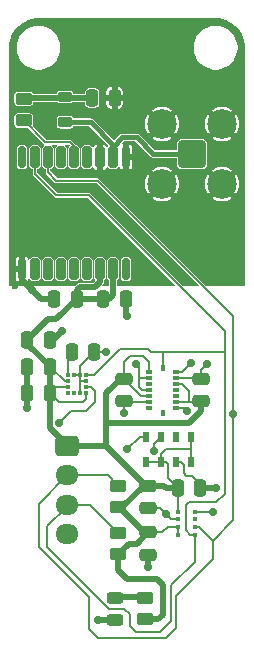
<source format=gbr>
%TF.GenerationSoftware,KiCad,Pcbnew,8.0.3*%
%TF.CreationDate,2024-10-23T15:01:46-04:00*%
%TF.ProjectId,SensorBoardNoMCU,53656e73-6f72-4426-9f61-72644e6f4d43,rev?*%
%TF.SameCoordinates,Original*%
%TF.FileFunction,Copper,L1,Top*%
%TF.FilePolarity,Positive*%
%FSLAX46Y46*%
G04 Gerber Fmt 4.6, Leading zero omitted, Abs format (unit mm)*
G04 Created by KiCad (PCBNEW 8.0.3) date 2024-10-23 15:01:46*
%MOMM*%
%LPD*%
G01*
G04 APERTURE LIST*
G04 Aperture macros list*
%AMRoundRect*
0 Rectangle with rounded corners*
0 $1 Rounding radius*
0 $2 $3 $4 $5 $6 $7 $8 $9 X,Y pos of 4 corners*
0 Add a 4 corners polygon primitive as box body*
4,1,4,$2,$3,$4,$5,$6,$7,$8,$9,$2,$3,0*
0 Add four circle primitives for the rounded corners*
1,1,$1+$1,$2,$3*
1,1,$1+$1,$4,$5*
1,1,$1+$1,$6,$7*
1,1,$1+$1,$8,$9*
0 Add four rect primitives between the rounded corners*
20,1,$1+$1,$2,$3,$4,$5,0*
20,1,$1+$1,$4,$5,$6,$7,0*
20,1,$1+$1,$6,$7,$8,$9,0*
20,1,$1+$1,$8,$9,$2,$3,0*%
G04 Aperture macros list end*
%TA.AperFunction,SMDPad,CuDef*%
%ADD10RoundRect,0.250000X-0.475000X0.250000X-0.475000X-0.250000X0.475000X-0.250000X0.475000X0.250000X0*%
%TD*%
%TA.AperFunction,SMDPad,CuDef*%
%ADD11RoundRect,0.243750X0.456250X-0.243750X0.456250X0.243750X-0.456250X0.243750X-0.456250X-0.243750X0*%
%TD*%
%TA.AperFunction,SMDPad,CuDef*%
%ADD12R,0.590000X0.350000*%
%TD*%
%TA.AperFunction,SMDPad,CuDef*%
%ADD13R,0.350000X0.590000*%
%TD*%
%TA.AperFunction,SMDPad,CuDef*%
%ADD14RoundRect,0.250000X-0.250000X-0.475000X0.250000X-0.475000X0.250000X0.475000X-0.250000X0.475000X0*%
%TD*%
%TA.AperFunction,SMDPad,CuDef*%
%ADD15RoundRect,0.218750X-0.381250X0.218750X-0.381250X-0.218750X0.381250X-0.218750X0.381250X0.218750X0*%
%TD*%
%TA.AperFunction,SMDPad,CuDef*%
%ADD16RoundRect,0.250000X0.450000X-0.262500X0.450000X0.262500X-0.450000X0.262500X-0.450000X-0.262500X0*%
%TD*%
%TA.AperFunction,SMDPad,CuDef*%
%ADD17RoundRect,0.250000X0.250000X0.475000X-0.250000X0.475000X-0.250000X-0.475000X0.250000X-0.475000X0*%
%TD*%
%TA.AperFunction,SMDPad,CuDef*%
%ADD18R,0.550000X0.950000*%
%TD*%
%TA.AperFunction,ComponentPad*%
%ADD19RoundRect,0.250000X-0.725000X0.600000X-0.725000X-0.600000X0.725000X-0.600000X0.725000X0.600000X0*%
%TD*%
%TA.AperFunction,ComponentPad*%
%ADD20O,1.950000X1.700000*%
%TD*%
%TA.AperFunction,SMDPad,CuDef*%
%ADD21RoundRect,0.250000X0.475000X-0.250000X0.475000X0.250000X-0.475000X0.250000X-0.475000X-0.250000X0*%
%TD*%
%TA.AperFunction,ComponentPad*%
%ADD22RoundRect,0.200100X0.949900X0.949900X-0.949900X0.949900X-0.949900X-0.949900X0.949900X-0.949900X0*%
%TD*%
%TA.AperFunction,ComponentPad*%
%ADD23C,2.500000*%
%TD*%
%TA.AperFunction,SMDPad,CuDef*%
%ADD24RoundRect,0.175000X0.175000X-0.725000X0.175000X0.725000X-0.175000X0.725000X-0.175000X-0.725000X0*%
%TD*%
%TA.AperFunction,SMDPad,CuDef*%
%ADD25RoundRect,0.200000X0.200000X-0.700000X0.200000X0.700000X-0.200000X0.700000X-0.200000X-0.700000X0*%
%TD*%
%TA.AperFunction,SMDPad,CuDef*%
%ADD26R,0.350000X0.350000*%
%TD*%
%TA.AperFunction,SMDPad,CuDef*%
%ADD27R,0.350000X0.375000*%
%TD*%
%TA.AperFunction,SMDPad,CuDef*%
%ADD28R,0.375000X0.350000*%
%TD*%
%TA.AperFunction,ViaPad*%
%ADD29C,0.600000*%
%TD*%
%TA.AperFunction,ViaPad*%
%ADD30C,0.700000*%
%TD*%
%TA.AperFunction,Conductor*%
%ADD31C,0.200000*%
%TD*%
%TA.AperFunction,Conductor*%
%ADD32C,0.500000*%
%TD*%
%TA.AperFunction,Conductor*%
%ADD33C,0.190000*%
%TD*%
%TA.AperFunction,Conductor*%
%ADD34C,0.440000*%
%TD*%
G04 APERTURE END LIST*
D10*
%TO.P,C3,1*%
%TO.N,+3.3V*%
X99250000Y-78050000D03*
%TO.P,C3,2*%
%TO.N,GND*%
X99250000Y-79950000D03*
%TD*%
D11*
%TO.P,D1,1,K*%
%TO.N,GND*%
X98500000Y-98437500D03*
%TO.P,D1,2,A*%
%TO.N,Net-(D1-A)*%
X98500000Y-96562500D03*
%TD*%
D12*
%TO.P,U1,1,INT2*%
%TO.N,unconnected-(U1-INT2-Pad1)*%
X101335000Y-80500000D03*
%TO.P,U1,2,NC*%
%TO.N,GND*%
X101335000Y-80000000D03*
%TO.P,U1,3,VDD*%
%TO.N,+3.3V*%
X101335000Y-79500000D03*
%TO.P,U1,4,GNDA*%
%TO.N,GND*%
X101335000Y-79000000D03*
%TO.P,U1,5,CSB2*%
%TO.N,unconnected-(U1-CSB2-Pad5)*%
X101335000Y-78500000D03*
%TO.P,U1,6,GNDIO*%
%TO.N,GND*%
X101335000Y-78000000D03*
%TO.P,U1,7,PS*%
%TO.N,+3.3V*%
X101335000Y-77500000D03*
D13*
%TO.P,U1,8,SCL/SCK*%
%TO.N,SCL1*%
X102500000Y-77085000D03*
D12*
%TO.P,U1,9,SDA/SDI*%
%TO.N,SDA1*%
X103665000Y-77500000D03*
%TO.P,U1,10,SDO2*%
%TO.N,GND*%
X103665000Y-78000000D03*
%TO.P,U1,11,VDDIO*%
%TO.N,+3.3V*%
X103665000Y-78500000D03*
%TO.P,U1,12,INT3*%
%TO.N,unconnected-(U1-INT3-Pad12)*%
X103665000Y-79000000D03*
%TO.P,U1,13,INT4*%
%TO.N,unconnected-(U1-INT4-Pad13)*%
X103665000Y-79500000D03*
%TO.P,U1,14,CSB1*%
%TO.N,+3.3V*%
X103665000Y-80000000D03*
%TO.P,U1,15,SDO1*%
%TO.N,GND*%
X103665000Y-80500000D03*
D13*
%TO.P,U1,16,INT1*%
%TO.N,unconnected-(U1-INT1-Pad16)*%
X102500000Y-80915000D03*
%TD*%
D14*
%TO.P,C10,1*%
%TO.N,+3.3V*%
X103800000Y-87250000D03*
%TO.P,C10,2*%
%TO.N,GND*%
X105700000Y-87250000D03*
%TD*%
%TO.P,C9,1*%
%TO.N,Net-(U2-C1)*%
X94800000Y-75750000D03*
%TO.P,C9,2*%
%TO.N,GND*%
X96700000Y-75750000D03*
%TD*%
D15*
%TO.P,L1,1,1*%
%TO.N,/Antenna Power*%
X94250000Y-54187500D03*
%TO.P,L1,2,2*%
%TO.N,/RF_IN*%
X94250000Y-56312500D03*
%TD*%
D14*
%TO.P,C8,1*%
%TO.N,/Antenna Power*%
X96550000Y-54250000D03*
%TO.P,C8,2*%
%TO.N,GND*%
X98450000Y-54250000D03*
%TD*%
D16*
%TO.P,R2,1*%
%TO.N,+3.3V*%
X101000000Y-98412500D03*
%TO.P,R2,2*%
%TO.N,Net-(D1-A)*%
X101000000Y-96587500D03*
%TD*%
D17*
%TO.P,C6,1*%
%TO.N,+3.3V*%
X92950000Y-79250000D03*
%TO.P,C6,2*%
%TO.N,GND*%
X91050000Y-79250000D03*
%TD*%
D16*
%TO.P,R3,1*%
%TO.N,+3.3V*%
X98750000Y-88912500D03*
%TO.P,R3,2*%
%TO.N,SDA1*%
X98750000Y-87087500D03*
%TD*%
D17*
%TO.P,C2,1*%
%TO.N,+3.3V*%
X95250000Y-71250000D03*
%TO.P,C2,2*%
%TO.N,GND*%
X93350000Y-71250000D03*
%TD*%
D18*
%TO.P,U4,1,VDD*%
%TO.N,+3.3V*%
X101125000Y-85075000D03*
%TO.P,U4,2,PS*%
X102375000Y-85075000D03*
%TO.P,U4,3,GND*%
%TO.N,GND*%
X103625000Y-85075000D03*
%TO.P,U4,4,CSB*%
%TO.N,+3.3V*%
X104875000Y-85075000D03*
%TO.P,U4,5,CSB*%
X104875000Y-82925000D03*
%TO.P,U4,6,SDO*%
%TO.N,unconnected-(U4-SDO-Pad6)*%
X103625000Y-82925000D03*
%TO.P,U4,7,SDI/SDA*%
%TO.N,SDA1*%
X102375000Y-82925000D03*
%TO.P,U4,8,SCLK*%
%TO.N,SCL1*%
X101125000Y-82925000D03*
%TD*%
D10*
%TO.P,C12,1*%
%TO.N,+3.3V*%
X101250000Y-87100000D03*
%TO.P,C12,2*%
%TO.N,GND*%
X101250000Y-89000000D03*
%TD*%
D19*
%TO.P,J1,1,Pin_1*%
%TO.N,+3.3V*%
X94400000Y-83700000D03*
D20*
%TO.P,J1,2,Pin_2*%
%TO.N,SDA1*%
X94400000Y-86200000D03*
%TO.P,J1,3,Pin_3*%
%TO.N,SCL1*%
X94400000Y-88700000D03*
%TO.P,J1,4,Pin_4*%
%TO.N,GND*%
X94400000Y-91200000D03*
%TD*%
D21*
%TO.P,C4,1*%
%TO.N,+3.3V*%
X105750000Y-79950000D03*
%TO.P,C4,2*%
%TO.N,GND*%
X105750000Y-78050000D03*
%TD*%
D16*
%TO.P,R4,1*%
%TO.N,+3.3V*%
X98750000Y-92912500D03*
%TO.P,R4,2*%
%TO.N,SCL1*%
X98750000Y-91087500D03*
%TD*%
D17*
%TO.P,C5,1*%
%TO.N,+3.3V*%
X92950000Y-77000000D03*
%TO.P,C5,2*%
%TO.N,GND*%
X91050000Y-77000000D03*
%TD*%
D22*
%TO.P,J2,1,In*%
%TO.N,/RF_IN*%
X105000000Y-59000000D03*
D23*
%TO.P,J2,2,Ext*%
%TO.N,GND*%
X107540000Y-61540000D03*
X107540000Y-56460000D03*
X102460000Y-61540000D03*
X102460000Y-56460000D03*
%TD*%
D24*
%TO.P,U3,1,GND*%
%TO.N,GND*%
X90600000Y-68750000D03*
D25*
%TO.P,U3,2,TXD*%
%TO.N,unconnected-(U3-TXD-Pad2)*%
X91700000Y-68750000D03*
%TO.P,U3,3,RXD*%
%TO.N,unconnected-(U3-RXD-Pad3)*%
X92800000Y-68750000D03*
%TO.P,U3,4,TIMEPULSE*%
%TO.N,unconnected-(U3-TIMEPULSE-Pad4)*%
X93900000Y-68750000D03*
%TO.P,U3,5,EXTINT*%
%TO.N,unconnected-(U3-EXTINT-Pad5)*%
X95000000Y-68750000D03*
%TO.P,U3,6,V_BCKP*%
%TO.N,unconnected-(U3-V_BCKP-Pad6)*%
X96100000Y-68750000D03*
%TO.P,U3,7,VCC_IO*%
%TO.N,+3.3V*%
X97200000Y-68750000D03*
%TO.P,U3,8,VCC*%
X98300000Y-68750000D03*
D24*
%TO.P,U3,9,~{RESET}*%
%TO.N,unconnected-(U3-~{RESET}-Pad9)*%
X99400000Y-68750000D03*
%TO.P,U3,10,GND*%
%TO.N,GND*%
X99400000Y-59250000D03*
D25*
%TO.P,U3,11,RF_IN*%
%TO.N,/RF_IN*%
X98300000Y-59250000D03*
%TO.P,U3,12,GND*%
%TO.N,GND*%
X97200000Y-59250000D03*
%TO.P,U3,13,LNA_EN*%
%TO.N,unconnected-(U3-LNA_EN-Pad13)*%
X96100000Y-59250000D03*
%TO.P,U3,14,VCC_RF*%
%TO.N,/VCC_RF*%
X95000000Y-59250000D03*
%TO.P,U3,15,VIO_SEL*%
%TO.N,unconnected-(U3-VIO_SEL-Pad15)*%
X93900000Y-59250000D03*
%TO.P,U3,16,SDA*%
%TO.N,SDA1*%
X92800000Y-59250000D03*
%TO.P,U3,17,SCL*%
%TO.N,SCL1*%
X91700000Y-59250000D03*
D24*
%TO.P,U3,18,~{SAFEBOOT}*%
%TO.N,unconnected-(U3-~{SAFEBOOT}-Pad18)*%
X90600000Y-59250000D03*
%TD*%
D14*
%TO.P,C7,1*%
%TO.N,+3.3V*%
X91050000Y-74750000D03*
%TO.P,C7,2*%
%TO.N,GND*%
X92950000Y-74750000D03*
%TD*%
D16*
%TO.P,R1,1*%
%TO.N,/VCC_RF*%
X90750000Y-56162500D03*
%TO.P,R1,2*%
%TO.N,/Antenna Power*%
X90750000Y-54337500D03*
%TD*%
D26*
%TO.P,U5,1,GND*%
%TO.N,GND*%
X105225000Y-89275000D03*
%TO.P,U5,2,~{CSB}*%
%TO.N,unconnected-(U5-~{CSB}-Pad2)*%
X105225000Y-89925000D03*
%TO.P,U5,3,SDI*%
%TO.N,SDA1*%
X105225000Y-90575000D03*
%TO.P,U5,4,SCK*%
%TO.N,SCL1*%
X105225000Y-91225000D03*
%TO.P,U5,5,SDO*%
%TO.N,+3.3V*%
X103775000Y-91225000D03*
%TO.P,U5,6,VDDIO*%
X103775000Y-90575000D03*
%TO.P,U5,7,GND__1*%
%TO.N,GND*%
X103775000Y-89925000D03*
%TO.P,U5,8,VDD*%
%TO.N,+3.3V*%
X103775000Y-89275000D03*
%TD*%
D10*
%TO.P,C11,1*%
%TO.N,+3.3V*%
X101250000Y-91050000D03*
%TO.P,C11,2*%
%TO.N,GND*%
X101250000Y-92950000D03*
%TD*%
D27*
%TO.P,U2,1,SCL/SPC*%
%TO.N,SCL1*%
X96000000Y-77737500D03*
%TO.P,U2,2,GND*%
%TO.N,GND*%
X95500000Y-77737500D03*
%TO.P,U2,3,GND*%
X95000000Y-77737500D03*
%TO.P,U2,4,C1*%
%TO.N,Net-(U2-C1)*%
X94500000Y-77737500D03*
D28*
%TO.P,U2,5,Vdd*%
%TO.N,+3.3V*%
X94487500Y-78250000D03*
%TO.P,U2,6,Vdd_IO*%
X94487500Y-78750000D03*
D27*
%TO.P,U2,7,INT*%
%TO.N,unconnected-(U2-INT-Pad7)*%
X94500000Y-79262500D03*
%TO.P,U2,8,DRDY*%
%TO.N,unconnected-(U2-DRDY-Pad8)*%
X95000000Y-79262500D03*
%TO.P,U2,9,SDO/SA1*%
%TO.N,GND*%
X95500000Y-79262500D03*
%TO.P,U2,10,~{CS}*%
%TO.N,+3.3V*%
X96000000Y-79262500D03*
D28*
%TO.P,U2,11,SDA/SDI/SDO*%
%TO.N,SDA1*%
X96012500Y-78750000D03*
%TO.P,U2,12,GND*%
%TO.N,GND*%
X96012500Y-78250000D03*
%TD*%
D14*
%TO.P,C1,1*%
%TO.N,+3.3V*%
X97500000Y-71250000D03*
%TO.P,C1,2*%
%TO.N,GND*%
X99400000Y-71250000D03*
%TD*%
D29*
%TO.N,GND*%
X95750000Y-55692500D03*
X107600000Y-59000000D03*
X99500000Y-61000000D03*
X104900000Y-61700000D03*
X101000000Y-53900000D03*
D30*
X100250000Y-76750000D03*
D29*
X95300000Y-61800000D03*
X91000000Y-65200000D03*
D30*
X94000000Y-74000000D03*
X104584314Y-80784314D03*
D29*
X98800000Y-61700000D03*
D30*
X91475000Y-70525000D03*
D29*
X103000000Y-58300000D03*
D30*
X99500000Y-72750000D03*
X106750000Y-89275000D03*
D29*
X98000000Y-63200000D03*
X97400000Y-65200000D03*
D30*
X99593750Y-54156250D03*
X107000000Y-87250000D03*
D29*
X96500000Y-57500000D03*
D30*
X91000000Y-80500000D03*
X102750000Y-89500000D03*
D29*
X108500000Y-63800000D03*
D30*
X97750000Y-75750000D03*
D29*
X95600000Y-60700000D03*
X97400000Y-56000000D03*
X98500000Y-56800000D03*
X99200000Y-51000000D03*
X104100000Y-53900000D03*
X91600000Y-67200000D03*
X100900000Y-63600000D03*
X101900000Y-58200000D03*
X95500000Y-65300000D03*
X96200000Y-63800000D03*
X102300000Y-52400000D03*
X97100000Y-48600000D03*
X100400000Y-59300000D03*
X90900000Y-61100000D03*
X92900000Y-65100000D03*
X97700000Y-66800000D03*
X96200000Y-51700000D03*
X104800000Y-56400000D03*
X98100000Y-60900000D03*
X99800000Y-56600000D03*
X93700000Y-63400000D03*
X90000000Y-70200000D03*
X91100000Y-57500000D03*
X99900000Y-62800000D03*
D30*
X106250000Y-76750000D03*
D29*
X90800000Y-62800000D03*
X95100000Y-66800000D03*
X101200000Y-59900000D03*
X102100000Y-59700000D03*
D30*
X99250000Y-80950000D03*
D29*
X108200000Y-54000000D03*
D30*
X101250000Y-94000000D03*
X97000000Y-98500000D03*
D29*
X90500000Y-67100000D03*
X103000000Y-59700000D03*
X102300000Y-49000000D03*
X94250000Y-57250000D03*
X93400000Y-66700000D03*
D30*
%TO.N,SCL1*%
X99500000Y-84000000D03*
%TO.N,SDA1*%
X108500000Y-81000000D03*
X104896183Y-76715394D03*
X93750000Y-81750000D03*
X101743557Y-84170501D03*
%TD*%
D31*
%TO.N,GND*%
X101250000Y-89000000D02*
X102250000Y-89000000D01*
X103175000Y-89925000D02*
X103775000Y-89925000D01*
D32*
X91050000Y-80450000D02*
X91000000Y-80500000D01*
X107000000Y-87250000D02*
X105700000Y-87250000D01*
D31*
X101335000Y-78000000D02*
X100500000Y-78000000D01*
X95550000Y-78250000D02*
X95500000Y-78200000D01*
X96700000Y-75750000D02*
X97750000Y-75750000D01*
D32*
X90600000Y-69650000D02*
X92200000Y-71250000D01*
D31*
X100500000Y-77000000D02*
X100500000Y-78734314D01*
X100500000Y-77000000D02*
X100250000Y-76750000D01*
X96012500Y-78250000D02*
X95550000Y-78250000D01*
D32*
X91050000Y-77000000D02*
X91050000Y-79250000D01*
D31*
X104300000Y-86050000D02*
X104300000Y-85300000D01*
X104075000Y-85075000D02*
X103625000Y-85075000D01*
D32*
X99400000Y-71250000D02*
X99400000Y-72650000D01*
D33*
X105700000Y-78000000D02*
X105750000Y-78050000D01*
D32*
X97000000Y-98500000D02*
X98500000Y-98500000D01*
X92950000Y-74750000D02*
X93250000Y-74750000D01*
D31*
X105700000Y-86950000D02*
X105000000Y-86250000D01*
D32*
X99400000Y-72650000D02*
X99500000Y-72750000D01*
D31*
X102250000Y-89000000D02*
X103175000Y-89925000D01*
D32*
X91050000Y-79250000D02*
X91050000Y-80450000D01*
D31*
X95500000Y-78200000D02*
X95500000Y-77737500D01*
X101335000Y-80000000D02*
X99300000Y-80000000D01*
X95500000Y-79262500D02*
X95500000Y-77737500D01*
D32*
X90600000Y-68750000D02*
X90600000Y-69650000D01*
X93250000Y-74750000D02*
X94000000Y-74000000D01*
D31*
X104300000Y-80500000D02*
X104584314Y-80784314D01*
D32*
X101250000Y-92950000D02*
X101250000Y-94000000D01*
D31*
X103665000Y-80500000D02*
X104300000Y-80500000D01*
X96700000Y-75750000D02*
X95500000Y-76950000D01*
X100500000Y-78734314D02*
X100765686Y-79000000D01*
D33*
X105750000Y-77250000D02*
X106250000Y-76750000D01*
D31*
X100765686Y-79000000D02*
X101335000Y-79000000D01*
X95500000Y-76950000D02*
X95500000Y-77737500D01*
D32*
X92200000Y-71250000D02*
X93350000Y-71250000D01*
D31*
X104500000Y-86250000D02*
X104300000Y-86050000D01*
X106750000Y-89275000D02*
X105225000Y-89275000D01*
X105000000Y-86250000D02*
X104500000Y-86250000D01*
X95000000Y-77737500D02*
X95500000Y-77737500D01*
D33*
X105750000Y-78050000D02*
X105750000Y-77250000D01*
X103665000Y-78000000D02*
X105700000Y-78000000D01*
D31*
X104300000Y-85300000D02*
X104075000Y-85075000D01*
X99250000Y-79950000D02*
X99250000Y-80950000D01*
%TO.N,+3.3V*%
X104160000Y-78500000D02*
X104750000Y-79090000D01*
D32*
X96750000Y-70250000D02*
X95500000Y-70250000D01*
X92950000Y-76950000D02*
X91050000Y-75050000D01*
X92950000Y-82200000D02*
X92950000Y-79250000D01*
D31*
X104875000Y-84000000D02*
X104875000Y-85075000D01*
X103775000Y-87725000D02*
X103775000Y-89275000D01*
D32*
X97200000Y-69800000D02*
X96750000Y-70250000D01*
X97500000Y-71250000D02*
X95250000Y-71250000D01*
D31*
X101335000Y-79500000D02*
X100700000Y-79500000D01*
X99250000Y-76625000D02*
X99250000Y-78050000D01*
D32*
X100300000Y-92000000D02*
X99662500Y-92000000D01*
X97750000Y-81750000D02*
X97750000Y-79250000D01*
X102500000Y-98000000D02*
X102500000Y-95500000D01*
X94400000Y-83700000D02*
X97500000Y-83700000D01*
X97700000Y-83700000D02*
X97750000Y-83650000D01*
D31*
X103775000Y-91225000D02*
X103775000Y-90575000D01*
D32*
X105750000Y-80750000D02*
X105750000Y-79950000D01*
D31*
X104750000Y-79090000D02*
X104750000Y-80000000D01*
D32*
X94400000Y-83650000D02*
X92950000Y-82200000D01*
D31*
X94487500Y-78250000D02*
X94200000Y-78250000D01*
D32*
X98000000Y-71250000D02*
X98300000Y-70950000D01*
D31*
X96000000Y-79725000D02*
X95725000Y-80000000D01*
X103775000Y-90575000D02*
X102950000Y-90575000D01*
D32*
X100968750Y-91050000D02*
X98831250Y-88912500D01*
D31*
X101335000Y-76585000D02*
X100850000Y-76100000D01*
X96000000Y-79262500D02*
X96000000Y-79725000D01*
D32*
X98300000Y-70950000D02*
X98300000Y-68750000D01*
X102600000Y-87100000D02*
X102750000Y-87250000D01*
X97700000Y-83700000D02*
X101100000Y-87100000D01*
D31*
X99775000Y-76100000D02*
X99250000Y-76625000D01*
D32*
X97750000Y-83650000D02*
X97750000Y-81750000D01*
X91050000Y-74750000D02*
X92800000Y-73000000D01*
D31*
X102475000Y-91050000D02*
X101250000Y-91050000D01*
X103665000Y-80000000D02*
X104750000Y-80000000D01*
D32*
X102087500Y-98412500D02*
X102500000Y-98000000D01*
D31*
X102375000Y-84375000D02*
X102375000Y-85075000D01*
D32*
X101250000Y-91050000D02*
X100300000Y-92000000D01*
X102500000Y-95500000D02*
X102000000Y-95000000D01*
X99087500Y-88912500D02*
X100900000Y-87100000D01*
X92800000Y-73000000D02*
X93500000Y-73000000D01*
D31*
X104875000Y-82925000D02*
X104875000Y-84000000D01*
D32*
X97500000Y-71250000D02*
X98000000Y-71250000D01*
X97200000Y-68750000D02*
X97200000Y-69800000D01*
D31*
X94200000Y-78250000D02*
X92950000Y-77000000D01*
D32*
X97750000Y-79250000D02*
X98950000Y-78050000D01*
D31*
X104750000Y-80000000D02*
X105700000Y-80000000D01*
X102825000Y-85075000D02*
X103000000Y-85250000D01*
X101335000Y-77500000D02*
X101335000Y-76585000D01*
D32*
X95500000Y-70250000D02*
X95250000Y-70500000D01*
D31*
X104875000Y-84000000D02*
X102750000Y-84000000D01*
X102750000Y-84000000D02*
X102375000Y-84375000D01*
X103000000Y-85250000D02*
X103000000Y-86450000D01*
X103000000Y-86450000D02*
X103800000Y-87250000D01*
X95725000Y-80000000D02*
X93700000Y-80000000D01*
D32*
X102000000Y-95000000D02*
X99500000Y-95000000D01*
X99662500Y-92000000D02*
X98750000Y-92912500D01*
D31*
X100850000Y-76100000D02*
X99775000Y-76100000D01*
D32*
X92950000Y-79250000D02*
X92950000Y-77000000D01*
X93500000Y-73000000D02*
X95250000Y-71250000D01*
X104750000Y-81750000D02*
X105750000Y-80750000D01*
X101250000Y-87100000D02*
X102600000Y-87100000D01*
D31*
X102375000Y-85075000D02*
X102825000Y-85075000D01*
X94487500Y-78750000D02*
X93450000Y-78750000D01*
X93450000Y-78750000D02*
X92950000Y-79250000D01*
D32*
X99500000Y-95000000D02*
X98750000Y-94250000D01*
X102750000Y-87250000D02*
X103800000Y-87250000D01*
D31*
X100700000Y-79500000D02*
X99250000Y-78050000D01*
X103665000Y-78500000D02*
X104160000Y-78500000D01*
D32*
X97750000Y-81750000D02*
X104750000Y-81750000D01*
X101000000Y-98412500D02*
X102087500Y-98412500D01*
D31*
X93700000Y-80000000D02*
X92950000Y-79250000D01*
D32*
X97500000Y-83700000D02*
X97700000Y-83700000D01*
X95250000Y-70500000D02*
X95250000Y-71250000D01*
X98750000Y-94250000D02*
X98750000Y-92912500D01*
D31*
X102375000Y-85075000D02*
X101125000Y-85075000D01*
X102950000Y-90575000D02*
X102475000Y-91050000D01*
%TO.N,/RF_IN*%
X104100000Y-58100000D02*
X105000000Y-59000000D01*
X98300000Y-58350000D02*
X98300000Y-59250000D01*
D34*
X100300000Y-57600000D02*
X101700000Y-59000000D01*
X96412500Y-56312500D02*
X98300000Y-58200000D01*
X98300000Y-58200000D02*
X98300000Y-58350000D01*
X94250000Y-56312500D02*
X96412500Y-56312500D01*
X99100000Y-57600000D02*
X98300000Y-58400000D01*
X101700000Y-59000000D02*
X105000000Y-59000000D01*
X99100000Y-57600000D02*
X100300000Y-57600000D01*
X98300000Y-58400000D02*
X98300000Y-59250000D01*
D32*
%TO.N,/Antenna Power*%
X96550000Y-54250000D02*
X90837500Y-54250000D01*
X90837500Y-54250000D02*
X90750000Y-54337500D01*
D31*
%TO.N,Net-(U2-C1)*%
X94500000Y-77737500D02*
X94500000Y-76050000D01*
%TO.N,/VCC_RF*%
X93750000Y-58000000D02*
X92587500Y-58000000D01*
X94650000Y-58000000D02*
X93737500Y-58000000D01*
X95000000Y-58350000D02*
X94650000Y-58000000D01*
X90750000Y-56012500D02*
X91000000Y-55762500D01*
X90750000Y-56162500D02*
X90750000Y-56012500D01*
X92587500Y-58000000D02*
X90750000Y-56162500D01*
X95000000Y-59250000D02*
X95000000Y-58350000D01*
%TO.N,SCL1*%
X99269116Y-97500000D02*
X97961768Y-97500000D01*
X96250000Y-62500000D02*
X93500000Y-62500000D01*
X94400000Y-88850000D02*
X94400000Y-88700000D01*
X96362500Y-88700000D02*
X94400000Y-88700000D01*
X105225000Y-91225000D02*
X105225000Y-93525000D01*
X92750000Y-90500000D02*
X94400000Y-88850000D01*
X107750000Y-78080761D02*
X107750000Y-74000000D01*
X103000000Y-75750000D02*
X101500000Y-75750000D01*
X102500000Y-75750000D02*
X102500000Y-77085000D01*
X104500000Y-88750000D02*
X104750000Y-88500000D01*
X103000000Y-75750000D02*
X102500000Y-75750000D01*
X107750000Y-75750000D02*
X103000000Y-75750000D01*
X99500000Y-84000000D02*
X100575000Y-82925000D01*
X107000000Y-88500000D02*
X107750000Y-87750000D01*
X100575000Y-82925000D02*
X101125000Y-82925000D01*
X98919239Y-75500000D02*
X96681739Y-77737500D01*
X104500000Y-90875000D02*
X104500000Y-88750000D01*
X103250000Y-98527818D02*
X102277818Y-99500000D01*
X97961768Y-97500000D02*
X92750000Y-92288232D01*
X107750000Y-78080761D02*
X107750000Y-75750000D01*
X101500000Y-75750000D02*
X101250000Y-75500000D01*
X96681739Y-77737500D02*
X96000000Y-77737500D01*
X107750000Y-74000000D02*
X96250000Y-62500000D01*
X93500000Y-62500000D02*
X91700000Y-60700000D01*
X100250000Y-99500000D02*
X99750000Y-99000000D01*
X105225000Y-93525000D02*
X103250000Y-95500000D01*
X103250000Y-95500000D02*
X103250000Y-98527818D01*
X96362500Y-88700000D02*
X98750000Y-91087500D01*
X99750000Y-99000000D02*
X99750000Y-97980884D01*
X107750000Y-87750000D02*
X107750000Y-78080761D01*
X99750000Y-97980884D02*
X99269116Y-97500000D01*
X102277818Y-99500000D02*
X100250000Y-99500000D01*
X92750000Y-92288232D02*
X92750000Y-90500000D01*
X105225000Y-91225000D02*
X104850000Y-91225000D01*
X101250000Y-75500000D02*
X98919239Y-75500000D01*
X91700000Y-60700000D02*
X91700000Y-59250000D01*
X104750000Y-88500000D02*
X107000000Y-88500000D01*
X104850000Y-91225000D02*
X104500000Y-90875000D01*
%TO.N,SDA1*%
X106750000Y-91750000D02*
X106750000Y-93315686D01*
X93750000Y-81750000D02*
X94750000Y-80750000D01*
X92000000Y-92250000D02*
X92000000Y-88600000D01*
X96750000Y-79050000D02*
X96450000Y-78750000D01*
X96250000Y-99250000D02*
X96250000Y-96500000D01*
X96000000Y-80750000D02*
X96750000Y-80000000D01*
X108500000Y-81000000D02*
X108500000Y-72750000D01*
X96750000Y-80000000D02*
X96750000Y-79050000D01*
X102750000Y-100000000D02*
X97000000Y-100000000D01*
X106750000Y-93315686D02*
X103650000Y-96415686D01*
X108500000Y-90000000D02*
X108500000Y-81000000D01*
X103650000Y-96415686D02*
X103650000Y-99100000D01*
X92000000Y-88600000D02*
X94400000Y-86200000D01*
X108500000Y-72750000D02*
X97000000Y-61250000D01*
X97000000Y-61250000D02*
X93500000Y-61250000D01*
X101743557Y-84170501D02*
X101743557Y-83556443D01*
X105225000Y-90575000D02*
X105575000Y-90575000D01*
X98750000Y-87087500D02*
X97862500Y-86200000D01*
X103650000Y-99100000D02*
X102750000Y-100000000D01*
X93500000Y-61250000D02*
X92800000Y-60550000D01*
X106750000Y-91750000D02*
X108500000Y-90000000D01*
X105575000Y-90575000D02*
X106750000Y-91750000D01*
X96450000Y-78750000D02*
X96012500Y-78750000D01*
X97862500Y-86200000D02*
X94400000Y-86200000D01*
X92800000Y-60550000D02*
X92800000Y-59250000D01*
X104896183Y-76715394D02*
X104111577Y-77500000D01*
X104111577Y-77500000D02*
X103665000Y-77500000D01*
X94750000Y-80750000D02*
X96000000Y-80750000D01*
X97000000Y-100000000D02*
X96250000Y-99250000D01*
X96250000Y-96500000D02*
X92000000Y-92250000D01*
X101743557Y-83556443D02*
X102375000Y-82925000D01*
D32*
%TO.N,Net-(D1-A)*%
X101000000Y-96500000D02*
X98525000Y-96500000D01*
%TD*%
%TA.AperFunction,Conductor*%
%TO.N,GND*%
G36*
X107001470Y-47500589D02*
G01*
X107062476Y-47504279D01*
X107298332Y-47518545D01*
X107304199Y-47519258D01*
X107595259Y-47572597D01*
X107600990Y-47574009D01*
X107883505Y-47662045D01*
X107889035Y-47664142D01*
X108158878Y-47785589D01*
X108164105Y-47788331D01*
X108369074Y-47912240D01*
X108417342Y-47941419D01*
X108422211Y-47944780D01*
X108655142Y-48127269D01*
X108659571Y-48131193D01*
X108868806Y-48340428D01*
X108872730Y-48344857D01*
X109055219Y-48577788D01*
X109058580Y-48582657D01*
X109211664Y-48835888D01*
X109214414Y-48841128D01*
X109335856Y-49110962D01*
X109337954Y-49116494D01*
X109425987Y-49399000D01*
X109427403Y-49404746D01*
X109480740Y-49695798D01*
X109481454Y-49701671D01*
X109499411Y-49998528D01*
X109499500Y-50001487D01*
X109499500Y-70151000D01*
X109485148Y-70185648D01*
X109450500Y-70200000D01*
X106253846Y-70200000D01*
X106219198Y-70185648D01*
X97573551Y-61540000D01*
X101005031Y-61540000D01*
X101024875Y-61779480D01*
X101083866Y-62012430D01*
X101180391Y-62232486D01*
X101180398Y-62232498D01*
X101272686Y-62373757D01*
X101272688Y-62373757D01*
X101705884Y-61940561D01*
X101706740Y-61942626D01*
X101799762Y-62081844D01*
X101918156Y-62200238D01*
X102057374Y-62293260D01*
X102059437Y-62294114D01*
X101625572Y-62727979D01*
X101664208Y-62758051D01*
X101664216Y-62758056D01*
X101875538Y-62872418D01*
X101875548Y-62872422D01*
X102102824Y-62950446D01*
X102339853Y-62990000D01*
X102580147Y-62990000D01*
X102817175Y-62950446D01*
X103044451Y-62872422D01*
X103044461Y-62872418D01*
X103255788Y-62758054D01*
X103255793Y-62758051D01*
X103294427Y-62727980D01*
X102860561Y-62294114D01*
X102862626Y-62293260D01*
X103001844Y-62200238D01*
X103120238Y-62081844D01*
X103213260Y-61942626D01*
X103214114Y-61940561D01*
X103647310Y-62373757D01*
X103647311Y-62373757D01*
X103739604Y-62232492D01*
X103739608Y-62232486D01*
X103836133Y-62012430D01*
X103895124Y-61779480D01*
X103914968Y-61540000D01*
X106085031Y-61540000D01*
X106104875Y-61779480D01*
X106163866Y-62012430D01*
X106260391Y-62232486D01*
X106260398Y-62232498D01*
X106352686Y-62373757D01*
X106352688Y-62373757D01*
X106785884Y-61940561D01*
X106786740Y-61942626D01*
X106879762Y-62081844D01*
X106998156Y-62200238D01*
X107137374Y-62293260D01*
X107139437Y-62294114D01*
X106705572Y-62727979D01*
X106744208Y-62758051D01*
X106744216Y-62758056D01*
X106955538Y-62872418D01*
X106955548Y-62872422D01*
X107182824Y-62950446D01*
X107419853Y-62990000D01*
X107660147Y-62990000D01*
X107897175Y-62950446D01*
X108124451Y-62872422D01*
X108124461Y-62872418D01*
X108335788Y-62758054D01*
X108335793Y-62758051D01*
X108374427Y-62727980D01*
X107940561Y-62294114D01*
X107942626Y-62293260D01*
X108081844Y-62200238D01*
X108200238Y-62081844D01*
X108293260Y-61942626D01*
X108294114Y-61940561D01*
X108727310Y-62373757D01*
X108727311Y-62373757D01*
X108819604Y-62232492D01*
X108819608Y-62232486D01*
X108916133Y-62012430D01*
X108975124Y-61779480D01*
X108994968Y-61540000D01*
X108975124Y-61300519D01*
X108916133Y-61067569D01*
X108819608Y-60847513D01*
X108819601Y-60847501D01*
X108727312Y-60706241D01*
X108727310Y-60706241D01*
X108294114Y-61139436D01*
X108293260Y-61137374D01*
X108200238Y-60998156D01*
X108081844Y-60879762D01*
X107942626Y-60786740D01*
X107940560Y-60785884D01*
X108374426Y-60352019D01*
X108335791Y-60321948D01*
X108335783Y-60321943D01*
X108124461Y-60207581D01*
X108124451Y-60207577D01*
X107897175Y-60129553D01*
X107660147Y-60090000D01*
X107419853Y-60090000D01*
X107182824Y-60129553D01*
X106955548Y-60207577D01*
X106955538Y-60207581D01*
X106744216Y-60321943D01*
X106744202Y-60321952D01*
X106705572Y-60352018D01*
X106705572Y-60352019D01*
X107139438Y-60785885D01*
X107137374Y-60786740D01*
X106998156Y-60879762D01*
X106879762Y-60998156D01*
X106786740Y-61137374D01*
X106785885Y-61139438D01*
X106352688Y-60706241D01*
X106352686Y-60706241D01*
X106260398Y-60847501D01*
X106260391Y-60847513D01*
X106163866Y-61067569D01*
X106104875Y-61300519D01*
X106085031Y-61540000D01*
X103914968Y-61540000D01*
X103895124Y-61300519D01*
X103836133Y-61067569D01*
X103739608Y-60847513D01*
X103739601Y-60847501D01*
X103647312Y-60706241D01*
X103647310Y-60706241D01*
X103214114Y-61139436D01*
X103213260Y-61137374D01*
X103120238Y-60998156D01*
X103001844Y-60879762D01*
X102862626Y-60786740D01*
X102860560Y-60785884D01*
X103294426Y-60352019D01*
X103255791Y-60321948D01*
X103255783Y-60321943D01*
X103044461Y-60207581D01*
X103044451Y-60207577D01*
X102817175Y-60129553D01*
X102580147Y-60090000D01*
X102339853Y-60090000D01*
X102102824Y-60129553D01*
X101875548Y-60207577D01*
X101875538Y-60207581D01*
X101664216Y-60321943D01*
X101664202Y-60321952D01*
X101625572Y-60352018D01*
X101625572Y-60352019D01*
X102059438Y-60785885D01*
X102057374Y-60786740D01*
X101918156Y-60879762D01*
X101799762Y-60998156D01*
X101706740Y-61137374D01*
X101705885Y-61139438D01*
X101272688Y-60706241D01*
X101272686Y-60706241D01*
X101180398Y-60847501D01*
X101180391Y-60847513D01*
X101083866Y-61067569D01*
X101024875Y-61300519D01*
X101005031Y-61540000D01*
X97573551Y-61540000D01*
X97113576Y-61080025D01*
X97039883Y-61049500D01*
X97039882Y-61049500D01*
X93603345Y-61049500D01*
X93568697Y-61035148D01*
X93014852Y-60481302D01*
X93000500Y-60446654D01*
X93000500Y-60299289D01*
X93014852Y-60264641D01*
X93043856Y-60250615D01*
X93044856Y-60250499D01*
X93044864Y-60250499D01*
X93069991Y-60247585D01*
X93172765Y-60202206D01*
X93252206Y-60122765D01*
X93297585Y-60019991D01*
X93300500Y-59994865D01*
X93300499Y-58505136D01*
X93297585Y-58480009D01*
X93252206Y-58377235D01*
X93252205Y-58377234D01*
X93252205Y-58377233D01*
X93172766Y-58297794D01*
X93172767Y-58297794D01*
X93164909Y-58294325D01*
X93139010Y-58267201D01*
X93139876Y-58229708D01*
X93167000Y-58203809D01*
X93184701Y-58200500D01*
X93515299Y-58200500D01*
X93549947Y-58214852D01*
X93564299Y-58249500D01*
X93549947Y-58284148D01*
X93535091Y-58294325D01*
X93527233Y-58297794D01*
X93447794Y-58377233D01*
X93402415Y-58480006D01*
X93399500Y-58505134D01*
X93399500Y-59994858D01*
X93399501Y-59994868D01*
X93402415Y-60019992D01*
X93447794Y-60122766D01*
X93527233Y-60202205D01*
X93630006Y-60247584D01*
X93630009Y-60247585D01*
X93655135Y-60250500D01*
X94144864Y-60250499D01*
X94169991Y-60247585D01*
X94272765Y-60202206D01*
X94352206Y-60122765D01*
X94397585Y-60019991D01*
X94400500Y-59994865D01*
X94400499Y-58505136D01*
X94397585Y-58480009D01*
X94352206Y-58377235D01*
X94352205Y-58377234D01*
X94352205Y-58377233D01*
X94272766Y-58297794D01*
X94272767Y-58297794D01*
X94264909Y-58294325D01*
X94239010Y-58267201D01*
X94239876Y-58229708D01*
X94267000Y-58203809D01*
X94284701Y-58200500D01*
X94546654Y-58200500D01*
X94581302Y-58214852D01*
X94611091Y-58244641D01*
X94625443Y-58279289D01*
X94611091Y-58313937D01*
X94547794Y-58377233D01*
X94502415Y-58480006D01*
X94499500Y-58505134D01*
X94499500Y-59994858D01*
X94499501Y-59994868D01*
X94502415Y-60019992D01*
X94547794Y-60122766D01*
X94627233Y-60202205D01*
X94730006Y-60247584D01*
X94730009Y-60247585D01*
X94755135Y-60250500D01*
X95244864Y-60250499D01*
X95269991Y-60247585D01*
X95372765Y-60202206D01*
X95452206Y-60122765D01*
X95497585Y-60019991D01*
X95500500Y-59994865D01*
X95500499Y-58505136D01*
X95500499Y-58505134D01*
X95599500Y-58505134D01*
X95599500Y-59994858D01*
X95599501Y-59994868D01*
X95602415Y-60019992D01*
X95647794Y-60122766D01*
X95727233Y-60202205D01*
X95830006Y-60247584D01*
X95830009Y-60247585D01*
X95855135Y-60250500D01*
X96344864Y-60250499D01*
X96369991Y-60247585D01*
X96472765Y-60202206D01*
X96501347Y-60173624D01*
X96552206Y-60122766D01*
X96554772Y-60119020D01*
X96556624Y-60120288D01*
X96577963Y-60099873D01*
X96615457Y-60100701D01*
X96639369Y-60123300D01*
X96672355Y-60188040D01*
X96672359Y-60188045D01*
X96761954Y-60277640D01*
X96761961Y-60277645D01*
X96874853Y-60335165D01*
X96874850Y-60335165D01*
X96950000Y-60347065D01*
X96950000Y-58152933D01*
X96874849Y-58164836D01*
X96761961Y-58222354D01*
X96761954Y-58222359D01*
X96672359Y-58311954D01*
X96672355Y-58311959D01*
X96639369Y-58376699D01*
X96610852Y-58401055D01*
X96573464Y-58398112D01*
X96556286Y-58379942D01*
X96554772Y-58380980D01*
X96552206Y-58377234D01*
X96472766Y-58297794D01*
X96472767Y-58297794D01*
X96369993Y-58252415D01*
X96357428Y-58250957D01*
X96344865Y-58249500D01*
X96344863Y-58249500D01*
X95855141Y-58249500D01*
X95855131Y-58249501D01*
X95830007Y-58252415D01*
X95727233Y-58297794D01*
X95647794Y-58377233D01*
X95602415Y-58480006D01*
X95599500Y-58505134D01*
X95500499Y-58505134D01*
X95497585Y-58480009D01*
X95452206Y-58377235D01*
X95452205Y-58377234D01*
X95452205Y-58377233D01*
X95372766Y-58297794D01*
X95372767Y-58297794D01*
X95269993Y-58252415D01*
X95244865Y-58249500D01*
X95203346Y-58249500D01*
X95168698Y-58235148D01*
X95113574Y-58180024D01*
X94763576Y-57830025D01*
X94754940Y-57826448D01*
X94720292Y-57812096D01*
X94689883Y-57799500D01*
X94689882Y-57799500D01*
X93789882Y-57799500D01*
X92690845Y-57799500D01*
X92656197Y-57785148D01*
X91518314Y-56647264D01*
X91503962Y-56612616D01*
X91508940Y-56591098D01*
X91540573Y-56526393D01*
X91549379Y-56465947D01*
X91550500Y-56458261D01*
X91550500Y-56056344D01*
X93549500Y-56056344D01*
X93549500Y-56568654D01*
X93549501Y-56568659D01*
X93555620Y-56615153D01*
X93603201Y-56717189D01*
X93603202Y-56717191D01*
X93682808Y-56796797D01*
X93682810Y-56796798D01*
X93682811Y-56796799D01*
X93784847Y-56844379D01*
X93831341Y-56850500D01*
X94668658Y-56850499D01*
X94715153Y-56844379D01*
X94817189Y-56796799D01*
X94896799Y-56717189D01*
X94922864Y-56661291D01*
X94950514Y-56635955D01*
X94967273Y-56633000D01*
X96259449Y-56633000D01*
X96294097Y-56647352D01*
X97901238Y-58254493D01*
X97915590Y-58289141D01*
X97901239Y-58323789D01*
X97847791Y-58377236D01*
X97845228Y-58380980D01*
X97843383Y-58379716D01*
X97821988Y-58400145D01*
X97784495Y-58399277D01*
X97760630Y-58376698D01*
X97727645Y-58311961D01*
X97727640Y-58311954D01*
X97638045Y-58222359D01*
X97638038Y-58222354D01*
X97525150Y-58164836D01*
X97450000Y-58152933D01*
X97450000Y-60347065D01*
X97525147Y-60335165D01*
X97638038Y-60277645D01*
X97638045Y-60277640D01*
X97727640Y-60188045D01*
X97727642Y-60188042D01*
X97760629Y-60123301D01*
X97789147Y-60098944D01*
X97826534Y-60101886D01*
X97843717Y-60120054D01*
X97845228Y-60119020D01*
X97847794Y-60122766D01*
X97927233Y-60202205D01*
X98030006Y-60247584D01*
X98030009Y-60247585D01*
X98055135Y-60250500D01*
X98544864Y-60250499D01*
X98569991Y-60247585D01*
X98672765Y-60202206D01*
X98752206Y-60122765D01*
X98770205Y-60081999D01*
X98797329Y-60056101D01*
X98834822Y-60056967D01*
X98859051Y-60080271D01*
X98915586Y-60195914D01*
X98915588Y-60195918D01*
X99004081Y-60284411D01*
X99004085Y-60284414D01*
X99116515Y-60339379D01*
X99116522Y-60339381D01*
X99149999Y-60344257D01*
X99150000Y-60344257D01*
X99650000Y-60344257D01*
X99683477Y-60339381D01*
X99683484Y-60339379D01*
X99795914Y-60284414D01*
X99795918Y-60284411D01*
X99884411Y-60195918D01*
X99884413Y-60195914D01*
X99939379Y-60083481D01*
X99939379Y-60083480D01*
X99950000Y-60010590D01*
X99950000Y-59500000D01*
X99650000Y-59500000D01*
X99650000Y-60344257D01*
X99150000Y-60344257D01*
X99150000Y-59000000D01*
X99650000Y-59000000D01*
X99950000Y-59000000D01*
X99950000Y-58489409D01*
X99939379Y-58416519D01*
X99939379Y-58416518D01*
X99884413Y-58304085D01*
X99884411Y-58304081D01*
X99795918Y-58215588D01*
X99795914Y-58215586D01*
X99683481Y-58160620D01*
X99650000Y-58155742D01*
X99650000Y-59000000D01*
X99150000Y-59000000D01*
X99150000Y-58155742D01*
X99149999Y-58155742D01*
X99117646Y-58160456D01*
X99081291Y-58151250D01*
X99062094Y-58119032D01*
X99071300Y-58082677D01*
X99075929Y-58077324D01*
X99218403Y-57934852D01*
X99253051Y-57920500D01*
X100146949Y-57920500D01*
X100181597Y-57934852D01*
X101441820Y-59195075D01*
X101441825Y-59195081D01*
X101443536Y-59196792D01*
X101503208Y-59256464D01*
X101503212Y-59256466D01*
X101503213Y-59256467D01*
X101576288Y-59298658D01*
X101576291Y-59298659D01*
X101657801Y-59320499D01*
X101657802Y-59320500D01*
X101657805Y-59320500D01*
X101657806Y-59320500D01*
X101742194Y-59320500D01*
X103700501Y-59320500D01*
X103735149Y-59334852D01*
X103749501Y-59369500D01*
X103749501Y-59994782D01*
X103752416Y-60019916D01*
X103797810Y-60122724D01*
X103877275Y-60202189D01*
X103877276Y-60202189D01*
X103877277Y-60202190D01*
X103904497Y-60214209D01*
X103980082Y-60247583D01*
X103980088Y-60247585D01*
X104005201Y-60250498D01*
X104005202Y-60250498D01*
X104005219Y-60250500D01*
X105994780Y-60250499D01*
X106019915Y-60247584D01*
X106122723Y-60202190D01*
X106202190Y-60122723D01*
X106247584Y-60019915D01*
X106247584Y-60019913D01*
X106247585Y-60019911D01*
X106250498Y-59994798D01*
X106250497Y-59994798D01*
X106250500Y-59994781D01*
X106250499Y-58005220D01*
X106247584Y-57980085D01*
X106202190Y-57877277D01*
X106202189Y-57877276D01*
X106202189Y-57877275D01*
X106122724Y-57797810D01*
X106122725Y-57797810D01*
X106019917Y-57752416D01*
X106019911Y-57752414D01*
X105994798Y-57749501D01*
X105994783Y-57749500D01*
X105994781Y-57749500D01*
X105994778Y-57749500D01*
X104005224Y-57749500D01*
X104005217Y-57749501D01*
X103980083Y-57752416D01*
X103877275Y-57797810D01*
X103797810Y-57877275D01*
X103752416Y-57980082D01*
X103752414Y-57980088D01*
X103749501Y-58005201D01*
X103749500Y-58005221D01*
X103749500Y-58630500D01*
X103735148Y-58665148D01*
X103700500Y-58679500D01*
X101853051Y-58679500D01*
X101818403Y-58665148D01*
X100559259Y-57406004D01*
X100559257Y-57406001D01*
X100496795Y-57343539D01*
X100496792Y-57343536D01*
X100496788Y-57343534D01*
X100496786Y-57343532D01*
X100423711Y-57301341D01*
X100423708Y-57301340D01*
X100342198Y-57279500D01*
X100342195Y-57279500D01*
X99057805Y-57279500D01*
X99057802Y-57279500D01*
X98976291Y-57301340D01*
X98976288Y-57301341D01*
X98903213Y-57343532D01*
X98903204Y-57343539D01*
X98843534Y-57403210D01*
X98434647Y-57812096D01*
X98399999Y-57826448D01*
X98365351Y-57812096D01*
X97013255Y-56460000D01*
X101005031Y-56460000D01*
X101024875Y-56699480D01*
X101083866Y-56932430D01*
X101180391Y-57152486D01*
X101180398Y-57152498D01*
X101272686Y-57293757D01*
X101272688Y-57293757D01*
X101705884Y-56860561D01*
X101706740Y-56862626D01*
X101799762Y-57001844D01*
X101918156Y-57120238D01*
X102057374Y-57213260D01*
X102059437Y-57214114D01*
X101625572Y-57647979D01*
X101664208Y-57678051D01*
X101664216Y-57678056D01*
X101875538Y-57792418D01*
X101875548Y-57792422D01*
X102102824Y-57870446D01*
X102339853Y-57910000D01*
X102580147Y-57910000D01*
X102817175Y-57870446D01*
X103044451Y-57792422D01*
X103044461Y-57792418D01*
X103255788Y-57678054D01*
X103255793Y-57678051D01*
X103294427Y-57647980D01*
X102860561Y-57214114D01*
X102862626Y-57213260D01*
X103001844Y-57120238D01*
X103120238Y-57001844D01*
X103213260Y-56862626D01*
X103214114Y-56860561D01*
X103647310Y-57293757D01*
X103647311Y-57293757D01*
X103739604Y-57152492D01*
X103739608Y-57152486D01*
X103836133Y-56932430D01*
X103895124Y-56699480D01*
X103914968Y-56460000D01*
X106085031Y-56460000D01*
X106104875Y-56699480D01*
X106163866Y-56932430D01*
X106260391Y-57152486D01*
X106260398Y-57152498D01*
X106352686Y-57293757D01*
X106352688Y-57293757D01*
X106785884Y-56860561D01*
X106786740Y-56862626D01*
X106879762Y-57001844D01*
X106998156Y-57120238D01*
X107137374Y-57213260D01*
X107139437Y-57214114D01*
X106705572Y-57647979D01*
X106744208Y-57678051D01*
X106744216Y-57678056D01*
X106955538Y-57792418D01*
X106955548Y-57792422D01*
X107182824Y-57870446D01*
X107419853Y-57910000D01*
X107660147Y-57910000D01*
X107897175Y-57870446D01*
X108124451Y-57792422D01*
X108124461Y-57792418D01*
X108335788Y-57678054D01*
X108335793Y-57678051D01*
X108374427Y-57647980D01*
X107940561Y-57214114D01*
X107942626Y-57213260D01*
X108081844Y-57120238D01*
X108200238Y-57001844D01*
X108293260Y-56862626D01*
X108294114Y-56860561D01*
X108727310Y-57293757D01*
X108727311Y-57293757D01*
X108819604Y-57152492D01*
X108819608Y-57152486D01*
X108916133Y-56932430D01*
X108975124Y-56699480D01*
X108994968Y-56460000D01*
X108975124Y-56220519D01*
X108916133Y-55987569D01*
X108819608Y-55767513D01*
X108819601Y-55767501D01*
X108727312Y-55626241D01*
X108727310Y-55626241D01*
X108294114Y-56059436D01*
X108293260Y-56057374D01*
X108200238Y-55918156D01*
X108081844Y-55799762D01*
X107942626Y-55706740D01*
X107940560Y-55705884D01*
X108374426Y-55272019D01*
X108335791Y-55241948D01*
X108335783Y-55241943D01*
X108124461Y-55127581D01*
X108124451Y-55127577D01*
X107897175Y-55049553D01*
X107660147Y-55010000D01*
X107419853Y-55010000D01*
X107182824Y-55049553D01*
X106955548Y-55127577D01*
X106955538Y-55127581D01*
X106744216Y-55241943D01*
X106744202Y-55241952D01*
X106705572Y-55272018D01*
X106705572Y-55272019D01*
X107139438Y-55705885D01*
X107137374Y-55706740D01*
X106998156Y-55799762D01*
X106879762Y-55918156D01*
X106786740Y-56057374D01*
X106785885Y-56059438D01*
X106352688Y-55626241D01*
X106352686Y-55626241D01*
X106260398Y-55767501D01*
X106260391Y-55767513D01*
X106163866Y-55987569D01*
X106104875Y-56220519D01*
X106085031Y-56460000D01*
X103914968Y-56460000D01*
X103895124Y-56220519D01*
X103836133Y-55987569D01*
X103739608Y-55767513D01*
X103739601Y-55767501D01*
X103647312Y-55626241D01*
X103647310Y-55626241D01*
X103214114Y-56059436D01*
X103213260Y-56057374D01*
X103120238Y-55918156D01*
X103001844Y-55799762D01*
X102862626Y-55706740D01*
X102860560Y-55705884D01*
X103294426Y-55272019D01*
X103255791Y-55241948D01*
X103255783Y-55241943D01*
X103044461Y-55127581D01*
X103044451Y-55127577D01*
X102817175Y-55049553D01*
X102580147Y-55010000D01*
X102339853Y-55010000D01*
X102102824Y-55049553D01*
X101875548Y-55127577D01*
X101875538Y-55127581D01*
X101664216Y-55241943D01*
X101664202Y-55241952D01*
X101625572Y-55272018D01*
X101625572Y-55272019D01*
X102059438Y-55705885D01*
X102057374Y-55706740D01*
X101918156Y-55799762D01*
X101799762Y-55918156D01*
X101706740Y-56057374D01*
X101705885Y-56059438D01*
X101272688Y-55626241D01*
X101272686Y-55626241D01*
X101180398Y-55767501D01*
X101180391Y-55767513D01*
X101083866Y-55987569D01*
X101024875Y-56220519D01*
X101005031Y-56460000D01*
X97013255Y-56460000D01*
X96671759Y-56118504D01*
X96671757Y-56118501D01*
X96609295Y-56056039D01*
X96609292Y-56056036D01*
X96609288Y-56056034D01*
X96609286Y-56056032D01*
X96536211Y-56013841D01*
X96536208Y-56013840D01*
X96454698Y-55992000D01*
X96454695Y-55992000D01*
X94967273Y-55992000D01*
X94932625Y-55977648D01*
X94922864Y-55963708D01*
X94896799Y-55907811D01*
X94896798Y-55907810D01*
X94896797Y-55907808D01*
X94817191Y-55828202D01*
X94817189Y-55828201D01*
X94715156Y-55780622D01*
X94715154Y-55780621D01*
X94705854Y-55779396D01*
X94668659Y-55774500D01*
X94668655Y-55774500D01*
X93831345Y-55774500D01*
X93831340Y-55774501D01*
X93784846Y-55780620D01*
X93682810Y-55828201D01*
X93682808Y-55828202D01*
X93603202Y-55907808D01*
X93603201Y-55907810D01*
X93555622Y-56009843D01*
X93555621Y-56009845D01*
X93555621Y-56009847D01*
X93549541Y-56056036D01*
X93549500Y-56056344D01*
X91550500Y-56056344D01*
X91550500Y-55866738D01*
X91540741Y-55799762D01*
X91540573Y-55798607D01*
X91489198Y-55693517D01*
X91406483Y-55610802D01*
X91353938Y-55585114D01*
X91301396Y-55559428D01*
X91301394Y-55559427D01*
X91233262Y-55549500D01*
X91233260Y-55549500D01*
X90266740Y-55549500D01*
X90266738Y-55549500D01*
X90198605Y-55559427D01*
X90198603Y-55559428D01*
X90093519Y-55610801D01*
X90093515Y-55610803D01*
X90010803Y-55693515D01*
X90010801Y-55693519D01*
X89959428Y-55798603D01*
X89959427Y-55798605D01*
X89949500Y-55866738D01*
X89949500Y-56458261D01*
X89959427Y-56526394D01*
X89959428Y-56526396D01*
X89980087Y-56568654D01*
X90010802Y-56631483D01*
X90093517Y-56714198D01*
X90198607Y-56765573D01*
X90246884Y-56772606D01*
X90266738Y-56775500D01*
X90266740Y-56775500D01*
X91059154Y-56775500D01*
X91093802Y-56789852D01*
X92414728Y-58110777D01*
X92414731Y-58110781D01*
X92414732Y-58110781D01*
X92417523Y-58113572D01*
X92417524Y-58113574D01*
X92473926Y-58169976D01*
X92493379Y-58178033D01*
X92519898Y-58204550D01*
X92519899Y-58242053D01*
X92494421Y-58268128D01*
X92427232Y-58297795D01*
X92347794Y-58377233D01*
X92302415Y-58480006D01*
X92299500Y-58505134D01*
X92299500Y-59994858D01*
X92299501Y-59994868D01*
X92302415Y-60019992D01*
X92347794Y-60122766D01*
X92427233Y-60202205D01*
X92530006Y-60247584D01*
X92530009Y-60247585D01*
X92555135Y-60250500D01*
X92555138Y-60250499D01*
X92556147Y-60250617D01*
X92588910Y-60268866D01*
X92599500Y-60299291D01*
X92599500Y-60510118D01*
X92599500Y-60589882D01*
X92630024Y-60663574D01*
X92630025Y-60663575D01*
X92630025Y-60663576D01*
X93327228Y-61360777D01*
X93327231Y-61360781D01*
X93327232Y-61360781D01*
X93330023Y-61363572D01*
X93330024Y-61363574D01*
X93386426Y-61419976D01*
X93438531Y-61441558D01*
X93438532Y-61441559D01*
X93453795Y-61447881D01*
X93460117Y-61450500D01*
X93460118Y-61450500D01*
X96896654Y-61450500D01*
X96931302Y-61464852D01*
X105582802Y-70116352D01*
X105597154Y-70151000D01*
X105582802Y-70185648D01*
X105548154Y-70200000D01*
X104253846Y-70200000D01*
X104219198Y-70185648D01*
X96363576Y-62330025D01*
X96289883Y-62299500D01*
X96289882Y-62299500D01*
X93603345Y-62299500D01*
X93568697Y-62285148D01*
X91914852Y-60631302D01*
X91900500Y-60596654D01*
X91900500Y-60299289D01*
X91914852Y-60264641D01*
X91943856Y-60250615D01*
X91944856Y-60250499D01*
X91944864Y-60250499D01*
X91969991Y-60247585D01*
X92072765Y-60202206D01*
X92152206Y-60122765D01*
X92197585Y-60019991D01*
X92200500Y-59994865D01*
X92200499Y-58505136D01*
X92197585Y-58480009D01*
X92152206Y-58377235D01*
X92152205Y-58377234D01*
X92152205Y-58377233D01*
X92072766Y-58297794D01*
X92072767Y-58297794D01*
X91969993Y-58252415D01*
X91957428Y-58250957D01*
X91944865Y-58249500D01*
X91944863Y-58249500D01*
X91455141Y-58249500D01*
X91455131Y-58249501D01*
X91430007Y-58252415D01*
X91327233Y-58297794D01*
X91247794Y-58377233D01*
X91202415Y-58480006D01*
X91199500Y-58505134D01*
X91199500Y-59994858D01*
X91199501Y-59994868D01*
X91202415Y-60019992D01*
X91247794Y-60122766D01*
X91327233Y-60202205D01*
X91430006Y-60247584D01*
X91430009Y-60247585D01*
X91455135Y-60250500D01*
X91455138Y-60250499D01*
X91456147Y-60250617D01*
X91488910Y-60268866D01*
X91499500Y-60299291D01*
X91499500Y-60660118D01*
X91499500Y-60739882D01*
X91530024Y-60813574D01*
X91530025Y-60813575D01*
X91530025Y-60813576D01*
X93327228Y-62610777D01*
X93327231Y-62610781D01*
X93327232Y-62610781D01*
X93330023Y-62613572D01*
X93330024Y-62613574D01*
X93386426Y-62669976D01*
X93438531Y-62691558D01*
X93438532Y-62691559D01*
X93453795Y-62697881D01*
X93460117Y-62700500D01*
X93460118Y-62700500D01*
X96146654Y-62700500D01*
X96181302Y-62714852D01*
X103582802Y-70116352D01*
X103597154Y-70151000D01*
X103582802Y-70185648D01*
X103548154Y-70200000D01*
X98699500Y-70200000D01*
X98664852Y-70185648D01*
X98650500Y-70151000D01*
X98650500Y-69743286D01*
X98664852Y-69708638D01*
X98671808Y-69702861D01*
X98672759Y-69702208D01*
X98672765Y-69702206D01*
X98752206Y-69622765D01*
X98797585Y-69519991D01*
X98800500Y-69494865D01*
X98800499Y-68005136D01*
X98799656Y-67997867D01*
X98949500Y-67997867D01*
X98949500Y-67997868D01*
X98949500Y-67997870D01*
X98949500Y-69502128D01*
X98965485Y-69582495D01*
X99026375Y-69673624D01*
X99050351Y-69689644D01*
X99117505Y-69734515D01*
X99197867Y-69750500D01*
X99602132Y-69750499D01*
X99682495Y-69734515D01*
X99773624Y-69673624D01*
X99834515Y-69582495D01*
X99850500Y-69502133D01*
X99850499Y-67997868D01*
X99834515Y-67917505D01*
X99807605Y-67877232D01*
X99773624Y-67826375D01*
X99718995Y-67789874D01*
X99682495Y-67765485D01*
X99602133Y-67749500D01*
X99602129Y-67749500D01*
X99197871Y-67749500D01*
X99117504Y-67765485D01*
X99026375Y-67826375D01*
X98966144Y-67916518D01*
X98965485Y-67917505D01*
X98949500Y-67997867D01*
X98799656Y-67997867D01*
X98797585Y-67980009D01*
X98752206Y-67877235D01*
X98752205Y-67877234D01*
X98752205Y-67877233D01*
X98672766Y-67797794D01*
X98672767Y-67797794D01*
X98569993Y-67752415D01*
X98557428Y-67750957D01*
X98544865Y-67749500D01*
X98544863Y-67749500D01*
X98055141Y-67749500D01*
X98055131Y-67749501D01*
X98030007Y-67752415D01*
X97927233Y-67797794D01*
X97847794Y-67877233D01*
X97802415Y-67980006D01*
X97799500Y-68005134D01*
X97799500Y-69494858D01*
X97799501Y-69494868D01*
X97802415Y-69519992D01*
X97847794Y-69622766D01*
X97898653Y-69673624D01*
X97927235Y-69702206D01*
X97927237Y-69702207D01*
X97928192Y-69702861D01*
X97928756Y-69703727D01*
X97930446Y-69705417D01*
X97930089Y-69705773D01*
X97948666Y-69734283D01*
X97949500Y-69743286D01*
X97949500Y-70151000D01*
X97935148Y-70185648D01*
X97900500Y-70200000D01*
X97413978Y-70200000D01*
X97379330Y-70185648D01*
X97364978Y-70151000D01*
X97379330Y-70116352D01*
X97480469Y-70015213D01*
X97480470Y-70015212D01*
X97526614Y-69935288D01*
X97536203Y-69899500D01*
X97550500Y-69846144D01*
X97550500Y-69743286D01*
X97564852Y-69708638D01*
X97571808Y-69702861D01*
X97572759Y-69702208D01*
X97572765Y-69702206D01*
X97652206Y-69622765D01*
X97697585Y-69519991D01*
X97700500Y-69494865D01*
X97700499Y-68005136D01*
X97697585Y-67980009D01*
X97652206Y-67877235D01*
X97652205Y-67877234D01*
X97652205Y-67877233D01*
X97572766Y-67797794D01*
X97572767Y-67797794D01*
X97469993Y-67752415D01*
X97457428Y-67750957D01*
X97444865Y-67749500D01*
X97444863Y-67749500D01*
X96955141Y-67749500D01*
X96955131Y-67749501D01*
X96930007Y-67752415D01*
X96827233Y-67797794D01*
X96747794Y-67877233D01*
X96702415Y-67980006D01*
X96699500Y-68005134D01*
X96699500Y-69494858D01*
X96699501Y-69494868D01*
X96702415Y-69519992D01*
X96747794Y-69622766D01*
X96780024Y-69654996D01*
X96794376Y-69689644D01*
X96780024Y-69724292D01*
X96619170Y-69885148D01*
X96584522Y-69899500D01*
X95453853Y-69899500D01*
X95364713Y-69923385D01*
X95364710Y-69923386D01*
X95284794Y-69969527D01*
X95284784Y-69969534D01*
X95068670Y-70185648D01*
X95034022Y-70200000D01*
X89549500Y-70200000D01*
X89514852Y-70185648D01*
X89500500Y-70151000D01*
X89500500Y-69510590D01*
X90050000Y-69510590D01*
X90060620Y-69583480D01*
X90060620Y-69583481D01*
X90115586Y-69695914D01*
X90115588Y-69695918D01*
X90204081Y-69784411D01*
X90204085Y-69784414D01*
X90316515Y-69839379D01*
X90316522Y-69839381D01*
X90349999Y-69844257D01*
X90350000Y-69844257D01*
X90850000Y-69844257D01*
X90883477Y-69839381D01*
X90883484Y-69839379D01*
X90995914Y-69784414D01*
X90995918Y-69784411D01*
X91084411Y-69695918D01*
X91084415Y-69695912D01*
X91140948Y-69580272D01*
X91169058Y-69555447D01*
X91206489Y-69557771D01*
X91229794Y-69582000D01*
X91247794Y-69622766D01*
X91327233Y-69702205D01*
X91327234Y-69702205D01*
X91327235Y-69702206D01*
X91330680Y-69703727D01*
X91430006Y-69747584D01*
X91430009Y-69747585D01*
X91455135Y-69750500D01*
X91944864Y-69750499D01*
X91969991Y-69747585D01*
X92072765Y-69702206D01*
X92152206Y-69622765D01*
X92197585Y-69519991D01*
X92200500Y-69494865D01*
X92200499Y-68005136D01*
X92200499Y-68005134D01*
X92299500Y-68005134D01*
X92299500Y-69494858D01*
X92299501Y-69494868D01*
X92302415Y-69519992D01*
X92347794Y-69622766D01*
X92427233Y-69702205D01*
X92427234Y-69702205D01*
X92427235Y-69702206D01*
X92430680Y-69703727D01*
X92530006Y-69747584D01*
X92530009Y-69747585D01*
X92555135Y-69750500D01*
X93044864Y-69750499D01*
X93069991Y-69747585D01*
X93172765Y-69702206D01*
X93252206Y-69622765D01*
X93297585Y-69519991D01*
X93300500Y-69494865D01*
X93300499Y-68005136D01*
X93300499Y-68005134D01*
X93399500Y-68005134D01*
X93399500Y-69494858D01*
X93399501Y-69494868D01*
X93402415Y-69519992D01*
X93447794Y-69622766D01*
X93527233Y-69702205D01*
X93527234Y-69702205D01*
X93527235Y-69702206D01*
X93530680Y-69703727D01*
X93630006Y-69747584D01*
X93630009Y-69747585D01*
X93655135Y-69750500D01*
X94144864Y-69750499D01*
X94169991Y-69747585D01*
X94272765Y-69702206D01*
X94352206Y-69622765D01*
X94397585Y-69519991D01*
X94400500Y-69494865D01*
X94400499Y-68005136D01*
X94400499Y-68005134D01*
X94499500Y-68005134D01*
X94499500Y-69494858D01*
X94499501Y-69494868D01*
X94502415Y-69519992D01*
X94547794Y-69622766D01*
X94627233Y-69702205D01*
X94627234Y-69702205D01*
X94627235Y-69702206D01*
X94630680Y-69703727D01*
X94730006Y-69747584D01*
X94730009Y-69747585D01*
X94755135Y-69750500D01*
X95244864Y-69750499D01*
X95269991Y-69747585D01*
X95372765Y-69702206D01*
X95452206Y-69622765D01*
X95497585Y-69519991D01*
X95500500Y-69494865D01*
X95500499Y-68005136D01*
X95500499Y-68005134D01*
X95599500Y-68005134D01*
X95599500Y-69494858D01*
X95599501Y-69494868D01*
X95602415Y-69519992D01*
X95647794Y-69622766D01*
X95727233Y-69702205D01*
X95727234Y-69702205D01*
X95727235Y-69702206D01*
X95730680Y-69703727D01*
X95830006Y-69747584D01*
X95830009Y-69747585D01*
X95855135Y-69750500D01*
X96344864Y-69750499D01*
X96369991Y-69747585D01*
X96472765Y-69702206D01*
X96552206Y-69622765D01*
X96597585Y-69519991D01*
X96600500Y-69494865D01*
X96600499Y-68005136D01*
X96597585Y-67980009D01*
X96552206Y-67877235D01*
X96552205Y-67877234D01*
X96552205Y-67877233D01*
X96472766Y-67797794D01*
X96472767Y-67797794D01*
X96369993Y-67752415D01*
X96357428Y-67750957D01*
X96344865Y-67749500D01*
X96344863Y-67749500D01*
X95855141Y-67749500D01*
X95855131Y-67749501D01*
X95830007Y-67752415D01*
X95727233Y-67797794D01*
X95647794Y-67877233D01*
X95602415Y-67980006D01*
X95599500Y-68005134D01*
X95500499Y-68005134D01*
X95497585Y-67980009D01*
X95452206Y-67877235D01*
X95452205Y-67877234D01*
X95452205Y-67877233D01*
X95372766Y-67797794D01*
X95372767Y-67797794D01*
X95269993Y-67752415D01*
X95257428Y-67750957D01*
X95244865Y-67749500D01*
X95244863Y-67749500D01*
X94755141Y-67749500D01*
X94755131Y-67749501D01*
X94730007Y-67752415D01*
X94627233Y-67797794D01*
X94547794Y-67877233D01*
X94502415Y-67980006D01*
X94499500Y-68005134D01*
X94400499Y-68005134D01*
X94397585Y-67980009D01*
X94352206Y-67877235D01*
X94352205Y-67877234D01*
X94352205Y-67877233D01*
X94272766Y-67797794D01*
X94272767Y-67797794D01*
X94169993Y-67752415D01*
X94157428Y-67750957D01*
X94144865Y-67749500D01*
X94144863Y-67749500D01*
X93655141Y-67749500D01*
X93655131Y-67749501D01*
X93630007Y-67752415D01*
X93527233Y-67797794D01*
X93447794Y-67877233D01*
X93402415Y-67980006D01*
X93399500Y-68005134D01*
X93300499Y-68005134D01*
X93297585Y-67980009D01*
X93252206Y-67877235D01*
X93252205Y-67877234D01*
X93252205Y-67877233D01*
X93172766Y-67797794D01*
X93172767Y-67797794D01*
X93069993Y-67752415D01*
X93057428Y-67750957D01*
X93044865Y-67749500D01*
X93044863Y-67749500D01*
X92555141Y-67749500D01*
X92555131Y-67749501D01*
X92530007Y-67752415D01*
X92427233Y-67797794D01*
X92347794Y-67877233D01*
X92302415Y-67980006D01*
X92299500Y-68005134D01*
X92200499Y-68005134D01*
X92197585Y-67980009D01*
X92152206Y-67877235D01*
X92152205Y-67877234D01*
X92152205Y-67877233D01*
X92072766Y-67797794D01*
X92072767Y-67797794D01*
X91969993Y-67752415D01*
X91957428Y-67750957D01*
X91944865Y-67749500D01*
X91944863Y-67749500D01*
X91455141Y-67749500D01*
X91455131Y-67749501D01*
X91430007Y-67752415D01*
X91327233Y-67797794D01*
X91247795Y-67877232D01*
X91229794Y-67918000D01*
X91202669Y-67943898D01*
X91165176Y-67943032D01*
X91140948Y-67919728D01*
X91084413Y-67804085D01*
X91084411Y-67804081D01*
X90995918Y-67715588D01*
X90995914Y-67715586D01*
X90883481Y-67660620D01*
X90850000Y-67655742D01*
X90850000Y-69844257D01*
X90350000Y-69844257D01*
X90350000Y-69000000D01*
X90050000Y-69000000D01*
X90050000Y-69510590D01*
X89500500Y-69510590D01*
X89500500Y-67989409D01*
X90050000Y-67989409D01*
X90050000Y-68500000D01*
X90350000Y-68500000D01*
X90350000Y-67655742D01*
X90349999Y-67655742D01*
X90316519Y-67660620D01*
X90316518Y-67660620D01*
X90204085Y-67715586D01*
X90204081Y-67715588D01*
X90115588Y-67804081D01*
X90115586Y-67804085D01*
X90060620Y-67916518D01*
X90060620Y-67916519D01*
X90050000Y-67989409D01*
X89500500Y-67989409D01*
X89500500Y-58497867D01*
X90149500Y-58497867D01*
X90149500Y-58497868D01*
X90149500Y-58497870D01*
X90149500Y-60002128D01*
X90165485Y-60082495D01*
X90226375Y-60173624D01*
X90247958Y-60188045D01*
X90317505Y-60234515D01*
X90397867Y-60250500D01*
X90802132Y-60250499D01*
X90882495Y-60234515D01*
X90973624Y-60173624D01*
X91034515Y-60082495D01*
X91050500Y-60002133D01*
X91050499Y-58497868D01*
X91034515Y-58417505D01*
X91007249Y-58376699D01*
X90973624Y-58326375D01*
X90886450Y-58268128D01*
X90882495Y-58265485D01*
X90802133Y-58249500D01*
X90802129Y-58249500D01*
X90397871Y-58249500D01*
X90317504Y-58265485D01*
X90226375Y-58326375D01*
X90166144Y-58416518D01*
X90165485Y-58417505D01*
X90149500Y-58497867D01*
X89500500Y-58497867D01*
X89500500Y-54041738D01*
X89949500Y-54041738D01*
X89949500Y-54633261D01*
X89959427Y-54701394D01*
X89959428Y-54701396D01*
X89971212Y-54725500D01*
X90010802Y-54806483D01*
X90093517Y-54889198D01*
X90198607Y-54940573D01*
X90246884Y-54947606D01*
X90266738Y-54950500D01*
X90266740Y-54950500D01*
X91233262Y-54950500D01*
X91250590Y-54947974D01*
X91301393Y-54940573D01*
X91406483Y-54889198D01*
X91489198Y-54806483D01*
X91540573Y-54701393D01*
X91549163Y-54642434D01*
X91568360Y-54610218D01*
X91597651Y-54600500D01*
X93591216Y-54600500D01*
X93625864Y-54614852D01*
X93682811Y-54671799D01*
X93784847Y-54719379D01*
X93831341Y-54725500D01*
X94668658Y-54725499D01*
X94715153Y-54719379D01*
X94817189Y-54671799D01*
X94874136Y-54614851D01*
X94908784Y-54600500D01*
X95900500Y-54600500D01*
X95935148Y-54614852D01*
X95949500Y-54649500D01*
X95949500Y-54758261D01*
X95956981Y-54809602D01*
X95959427Y-54826393D01*
X96010802Y-54931483D01*
X96093517Y-55014198D01*
X96198607Y-55065573D01*
X96246884Y-55072606D01*
X96266738Y-55075500D01*
X96266740Y-55075500D01*
X96833262Y-55075500D01*
X96850590Y-55072974D01*
X96901393Y-55065573D01*
X97006483Y-55014198D01*
X97089198Y-54931483D01*
X97140573Y-54826393D01*
X97147450Y-54779191D01*
X97750001Y-54779191D01*
X97750002Y-54779215D01*
X97752850Y-54809602D01*
X97752851Y-54809608D01*
X97797651Y-54937640D01*
X97797655Y-54937648D01*
X97878207Y-55046792D01*
X97987351Y-55127344D01*
X97987359Y-55127348D01*
X98115395Y-55172149D01*
X98145785Y-55174999D01*
X98199999Y-55174999D01*
X98700000Y-55174999D01*
X98754191Y-55174999D01*
X98754215Y-55174997D01*
X98784602Y-55172149D01*
X98784608Y-55172148D01*
X98912640Y-55127348D01*
X98912648Y-55127344D01*
X99021792Y-55046792D01*
X99102344Y-54937648D01*
X99102348Y-54937640D01*
X99147149Y-54809605D01*
X99147149Y-54809603D01*
X99149998Y-54779214D01*
X99150000Y-54779193D01*
X99150000Y-54500000D01*
X98700000Y-54500000D01*
X98700000Y-55174999D01*
X98199999Y-55174999D01*
X98200000Y-55174998D01*
X98200000Y-54500000D01*
X97750001Y-54500000D01*
X97750001Y-54779191D01*
X97147450Y-54779191D01*
X97150500Y-54758260D01*
X97150500Y-53741740D01*
X97149434Y-53734427D01*
X97147450Y-53720806D01*
X97750000Y-53720806D01*
X97750000Y-54000000D01*
X98200000Y-54000000D01*
X98700000Y-54000000D01*
X99149999Y-54000000D01*
X99149999Y-53720808D01*
X99149997Y-53720784D01*
X99147149Y-53690397D01*
X99147148Y-53690391D01*
X99102348Y-53562359D01*
X99102344Y-53562351D01*
X99021792Y-53453207D01*
X98912648Y-53372655D01*
X98912640Y-53372651D01*
X98784604Y-53327850D01*
X98754214Y-53325001D01*
X98754193Y-53325000D01*
X98700000Y-53325000D01*
X98700000Y-54000000D01*
X98200000Y-54000000D01*
X98200000Y-53325000D01*
X98145796Y-53325000D01*
X98115397Y-53327850D01*
X98115391Y-53327851D01*
X97987359Y-53372651D01*
X97987351Y-53372655D01*
X97878207Y-53453207D01*
X97797655Y-53562351D01*
X97797651Y-53562359D01*
X97752850Y-53690394D01*
X97752850Y-53690396D01*
X97750001Y-53720785D01*
X97750000Y-53720806D01*
X97147450Y-53720806D01*
X97143019Y-53690396D01*
X97140573Y-53673607D01*
X97089198Y-53568517D01*
X97006483Y-53485802D01*
X96953938Y-53460114D01*
X96901396Y-53434428D01*
X96901394Y-53434427D01*
X96833262Y-53424500D01*
X96833260Y-53424500D01*
X96266740Y-53424500D01*
X96266738Y-53424500D01*
X96198605Y-53434427D01*
X96198603Y-53434428D01*
X96093519Y-53485801D01*
X96093515Y-53485803D01*
X96010803Y-53568515D01*
X96010801Y-53568519D01*
X95959428Y-53673603D01*
X95959427Y-53673605D01*
X95949500Y-53741738D01*
X95949500Y-53850500D01*
X95935148Y-53885148D01*
X95900500Y-53899500D01*
X94982428Y-53899500D01*
X94947780Y-53885148D01*
X94938019Y-53871208D01*
X94898194Y-53785803D01*
X94896799Y-53782811D01*
X94896798Y-53782810D01*
X94896797Y-53782808D01*
X94817191Y-53703202D01*
X94817189Y-53703201D01*
X94715156Y-53655622D01*
X94715154Y-53655621D01*
X94705854Y-53654396D01*
X94668659Y-53649500D01*
X94668655Y-53649500D01*
X93831345Y-53649500D01*
X93831340Y-53649501D01*
X93784846Y-53655620D01*
X93682810Y-53703201D01*
X93682808Y-53703202D01*
X93603202Y-53782808D01*
X93603201Y-53782810D01*
X93561981Y-53871208D01*
X93534331Y-53896545D01*
X93517572Y-53899500D01*
X91534932Y-53899500D01*
X91500284Y-53885148D01*
X91490910Y-53872019D01*
X91489199Y-53868519D01*
X91489198Y-53868518D01*
X91489198Y-53868517D01*
X91406483Y-53785802D01*
X91353938Y-53760114D01*
X91301396Y-53734428D01*
X91301394Y-53734427D01*
X91233262Y-53724500D01*
X91233260Y-53724500D01*
X90266740Y-53724500D01*
X90266738Y-53724500D01*
X90198605Y-53734427D01*
X90198603Y-53734428D01*
X90093519Y-53785801D01*
X90093515Y-53785803D01*
X90010803Y-53868515D01*
X90010801Y-53868519D01*
X89959428Y-53973603D01*
X89959427Y-53973605D01*
X89949500Y-54041738D01*
X89500500Y-54041738D01*
X89500500Y-50001487D01*
X89500589Y-49998529D01*
X89507836Y-49878715D01*
X89507836Y-49878712D01*
X90149500Y-49878712D01*
X90149500Y-50121288D01*
X90181162Y-50361789D01*
X90181163Y-50361793D01*
X90181164Y-50361800D01*
X90243944Y-50596095D01*
X90243946Y-50596101D01*
X90336776Y-50820213D01*
X90458062Y-51030286D01*
X90458072Y-51030301D01*
X90605730Y-51222732D01*
X90605740Y-51222744D01*
X90777255Y-51394259D01*
X90777267Y-51394269D01*
X90969698Y-51541927D01*
X90969707Y-51541933D01*
X90969711Y-51541936D01*
X91179788Y-51663224D01*
X91403900Y-51756054D01*
X91403904Y-51756055D01*
X91638199Y-51818835D01*
X91638200Y-51818835D01*
X91638211Y-51818838D01*
X91878712Y-51850500D01*
X91878716Y-51850500D01*
X92121284Y-51850500D01*
X92121288Y-51850500D01*
X92361789Y-51818838D01*
X92596100Y-51756054D01*
X92820212Y-51663224D01*
X93030289Y-51541936D01*
X93222738Y-51394265D01*
X93394265Y-51222738D01*
X93541936Y-51030289D01*
X93663224Y-50820212D01*
X93756054Y-50596100D01*
X93818838Y-50361789D01*
X93850500Y-50121288D01*
X93850500Y-49878712D01*
X105149500Y-49878712D01*
X105149500Y-50121288D01*
X105181162Y-50361789D01*
X105181163Y-50361793D01*
X105181164Y-50361800D01*
X105243944Y-50596095D01*
X105243946Y-50596101D01*
X105336776Y-50820213D01*
X105458062Y-51030286D01*
X105458072Y-51030301D01*
X105605730Y-51222732D01*
X105605740Y-51222744D01*
X105777255Y-51394259D01*
X105777267Y-51394269D01*
X105969698Y-51541927D01*
X105969707Y-51541933D01*
X105969711Y-51541936D01*
X106179788Y-51663224D01*
X106403900Y-51756054D01*
X106403904Y-51756055D01*
X106638199Y-51818835D01*
X106638200Y-51818835D01*
X106638211Y-51818838D01*
X106878712Y-51850500D01*
X106878716Y-51850500D01*
X107121284Y-51850500D01*
X107121288Y-51850500D01*
X107361789Y-51818838D01*
X107596100Y-51756054D01*
X107820212Y-51663224D01*
X108030289Y-51541936D01*
X108222738Y-51394265D01*
X108394265Y-51222738D01*
X108541936Y-51030289D01*
X108663224Y-50820212D01*
X108756054Y-50596100D01*
X108818838Y-50361789D01*
X108850500Y-50121288D01*
X108850500Y-49878712D01*
X108818838Y-49638211D01*
X108756054Y-49403900D01*
X108663224Y-49179788D01*
X108541936Y-48969711D01*
X108541933Y-48969707D01*
X108541927Y-48969698D01*
X108394269Y-48777267D01*
X108394259Y-48777255D01*
X108222744Y-48605740D01*
X108222732Y-48605730D01*
X108030301Y-48458072D01*
X108030286Y-48458062D01*
X107820212Y-48336776D01*
X107820213Y-48336776D01*
X107596101Y-48243946D01*
X107596095Y-48243944D01*
X107361800Y-48181164D01*
X107361793Y-48181163D01*
X107361789Y-48181162D01*
X107121288Y-48149500D01*
X106878712Y-48149500D01*
X106638211Y-48181162D01*
X106638207Y-48181162D01*
X106638199Y-48181164D01*
X106403904Y-48243944D01*
X106403898Y-48243946D01*
X106179786Y-48336776D01*
X105969713Y-48458062D01*
X105969698Y-48458072D01*
X105777267Y-48605730D01*
X105777255Y-48605740D01*
X105605740Y-48777255D01*
X105605730Y-48777267D01*
X105458072Y-48969698D01*
X105458062Y-48969713D01*
X105336776Y-49179786D01*
X105243946Y-49403898D01*
X105243944Y-49403904D01*
X105181164Y-49638199D01*
X105181162Y-49638207D01*
X105181162Y-49638211D01*
X105149500Y-49878712D01*
X93850500Y-49878712D01*
X93818838Y-49638211D01*
X93756054Y-49403900D01*
X93663224Y-49179788D01*
X93541936Y-48969711D01*
X93541933Y-48969707D01*
X93541927Y-48969698D01*
X93394269Y-48777267D01*
X93394259Y-48777255D01*
X93222744Y-48605740D01*
X93222732Y-48605730D01*
X93030301Y-48458072D01*
X93030286Y-48458062D01*
X92820212Y-48336776D01*
X92820213Y-48336776D01*
X92596101Y-48243946D01*
X92596095Y-48243944D01*
X92361800Y-48181164D01*
X92361793Y-48181163D01*
X92361789Y-48181162D01*
X92121288Y-48149500D01*
X91878712Y-48149500D01*
X91638211Y-48181162D01*
X91638207Y-48181162D01*
X91638199Y-48181164D01*
X91403904Y-48243944D01*
X91403898Y-48243946D01*
X91179786Y-48336776D01*
X90969713Y-48458062D01*
X90969698Y-48458072D01*
X90777267Y-48605730D01*
X90777255Y-48605740D01*
X90605740Y-48777255D01*
X90605730Y-48777267D01*
X90458072Y-48969698D01*
X90458062Y-48969713D01*
X90336776Y-49179786D01*
X90243946Y-49403898D01*
X90243944Y-49403904D01*
X90181164Y-49638199D01*
X90181162Y-49638207D01*
X90181162Y-49638211D01*
X90149500Y-49878712D01*
X89507836Y-49878712D01*
X89518545Y-49701665D01*
X89519259Y-49695798D01*
X89572598Y-49404736D01*
X89574008Y-49399013D01*
X89662047Y-49116487D01*
X89664140Y-49110969D01*
X89785592Y-48841114D01*
X89788327Y-48835901D01*
X89941423Y-48582650D01*
X89944775Y-48577794D01*
X90127277Y-48344847D01*
X90131185Y-48340436D01*
X90340436Y-48131185D01*
X90344847Y-48127277D01*
X90577794Y-47944775D01*
X90582650Y-47941423D01*
X90835901Y-47788327D01*
X90841114Y-47785592D01*
X91110969Y-47664140D01*
X91116487Y-47662047D01*
X91399013Y-47574008D01*
X91404736Y-47572598D01*
X91695802Y-47519258D01*
X91701665Y-47518545D01*
X91945547Y-47503793D01*
X91998530Y-47500589D01*
X92001488Y-47500500D01*
X92065892Y-47500500D01*
X106934108Y-47500500D01*
X106998512Y-47500500D01*
X107001470Y-47500589D01*
G37*
%TD.AperFunction*%
%TD*%
M02*

</source>
